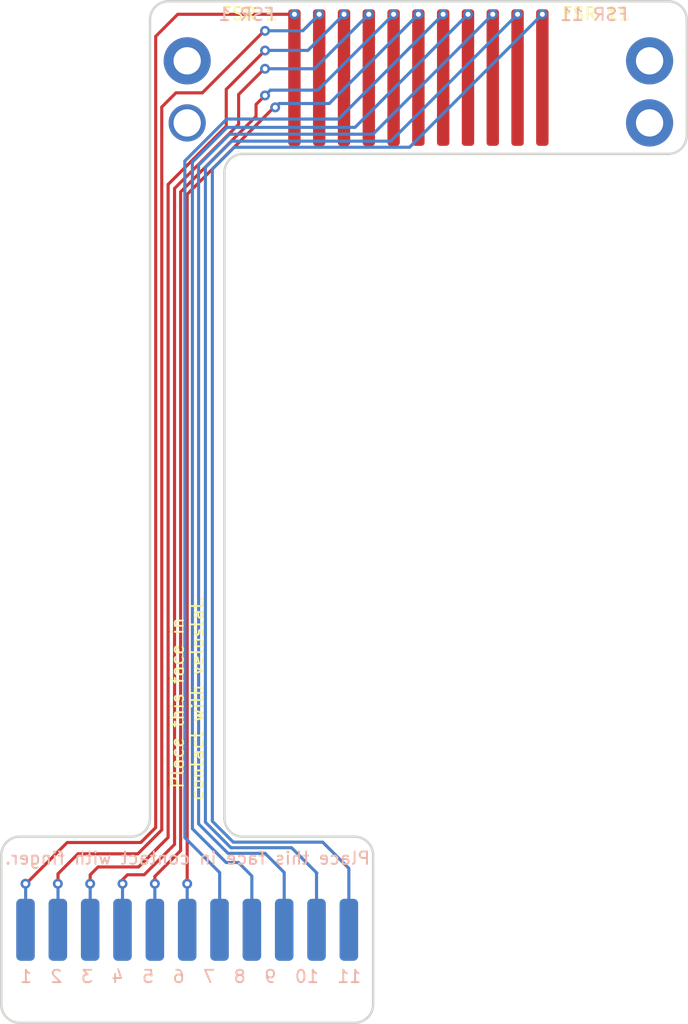
<source format=kicad_pcb>
(kicad_pcb (version 20221018) (generator pcbnew)
  (layers (0 "F.Cu" signal) (31 "B.Cu" signal) (34 "B.Paste" user) (35 "F.Paste" user) (36 "B.SilkS" user "B.Silkscreen") (37 "F.SilkS" user "F.Silkscreen") (38 "B.Mask" user) (39 "F.Mask" user) (44 "Edge.Cuts" user))
  (net 0 "")
  (net 1 "Net-(E7-Pad1)")
  (net 2 "Net-(E8-Pad1)")
  (net 3 "Net-(E9-Pad1)")
  (net 4 "Net-(E10-Pad1)")
  (net 5 "Net-(E11-Pad1)")
  (net 6 "Net-(E12-Pad1)")
  (net 7 "Net-(E13-Pad1)")
  (net 8 "Net-(E14-Pad1)")
  (net 9 "Net-(E15-Pad1)")
  (net 10 "Net-(E16-Pad1)")
  (net 11 "Net-(E17-Pad1)")
  (footprint "MasterThesis_library:Finger_FSR_V1_Height" (layer "F.Cu") (at 140.8 75)
    (fp_text reference "E15" hide)
    (fp_text value "Finger_FSR_V1_Height" hide)
    (pad "1" smd roundrect locked (at 0 0) (size 1 11) (layers "F.Cu" "F.Paste" "F.Mask") (net 9 "Net-(E15-Pad1)"))
  )
  (footprint "MountingHole:MountingHole_2.2mm_M2_DIN965_Pad" (layer "F.Cu") (at 116.15 78.65)
    (fp_text reference "H2" hide)
    (fp_text value "MountingHole" hide)
    (pad "1" thru_hole circle (at 0 0) (size 3 3) (drill 2.2) (layers "*.Cu" "*.Mask"))
  )
  (footprint "MountingHole:MountingHole_2.2mm_M2_DIN965_Pad" (layer "F.Cu") (at 116.15 73.65)
    (fp_text reference "H1" hide)
    (fp_text value "MountingHole" hide)
    (pad "1" thru_hole circle (at 0 0) (size 3.8 3.8) (drill 2.2) (layers "*.Cu" "*.Mask"))
  )
  (footprint "MasterThesis_library:Finger_FSR_V1_Height" (layer "F.Cu") (at 144.8 75)
    (fp_text reference "E17" hide)
    (fp_text value "Finger_FSR_V1_Height" hide)
    (pad "1" smd roundrect locked (at 0 0) (size 1 11) (layers "F.Cu" "F.Paste" "F.Mask") (net 11 "Net-(E17-Pad1)"))
  )
  (footprint "MasterThesis_library:Finger_FSR_V1_Height" (layer "F.Cu") (at 130.8 75)
    (fp_text reference "E10" hide)
    (fp_text value "Finger_FSR_V1_Height" hide)
    (pad "1" smd roundrect locked (at 0 0) (size 1 11) (layers "F.Cu" "F.Paste" "F.Mask") (net 4 "Net-(E10-Pad1)"))
  )
  (footprint "MasterThesis_library:Finger_FSR_V1_Height" (layer "F.Cu") (at 142.8 75)
    (fp_text reference "E16" hide)
    (fp_text value "Finger_FSR_V1_Height" hide)
    (pad "1" smd roundrect locked (at 0 0) (size 1 11) (layers "F.Cu" "F.Paste" "F.Mask") (net 10 "Net-(E16-Pad1)"))
  )
  (footprint "MasterThesis_library:Finger_FSR_V1_Height" (layer "F.Cu") (at 128.8 75)
    (fp_text reference "E9" hide)
    (fp_text value "Finger_FSR_V1_Height" hide)
    (pad "1" smd roundrect locked (at 0 0) (size 1 11) (layers "F.Cu" "F.Paste" "F.Mask") (net 3 "Net-(E9-Pad1)"))
  )
  (footprint "MasterThesis_library:Finger_FSR_V1_Height" (layer "F.Cu") (at 126.8 75)
    (fp_text reference "E8" hide)
    (fp_text value "Finger_FSR_V1_Height" hide)
    (pad "1" smd roundrect locked (at 0 0) (size 1 11) (layers "F.Cu" "F.Paste" "F.Mask") (net 2 "Net-(E8-Pad1)"))
  )
  (footprint "MasterThesis_library:Finger_FSR_V1_Height" (layer "F.Cu") (at 138.8 75)
    (fp_text reference "E14" hide)
    (fp_text value "Finger_FSR_V1_Height" hide)
    (pad "1" smd roundrect locked (at 0 0) (size 1 11) (layers "F.Cu" "F.Paste" "F.Mask") (net 8 "Net-(E14-Pad1)"))
  )
  (footprint "MasterThesis_library:Finger_FSR_V1_Height" (layer "F.Cu") (at 132.8 75)
    (fp_text reference "E11" hide)
    (fp_text value "Finger_FSR_V1_Height" hide)
    (pad "1" smd roundrect locked (at 0 0) (size 1 11) (layers "F.Cu" "F.Paste" "F.Mask") (net 5 "Net-(E11-Pad1)"))
  )
  (footprint "MountingHole:MountingHole_2.2mm_M2_DIN965_Pad" (layer "F.Cu") (at 153.45 78.65)
    (fp_text reference "H4" hide)
    (fp_text value "MountingHole" hide)
    (pad "1" thru_hole circle (at 0 0) (size 3.8 3.8) (drill 2.2) (layers "*.Cu" "*.Mask"))
  )
  (footprint "MasterThesis_library:Finger_FSR_V1_Height" (layer "F.Cu") (at 136.8 75)
    (fp_text reference "E13" hide)
    (fp_text value "Finger_FSR_V1_Height" hide)
    (pad "1" smd roundrect locked (at 0 0) (size 1 11) (layers "F.Cu" "F.Paste" "F.Mask") (net 7 "Net-(E13-Pad1)"))
  )
  (footprint "MasterThesis_library:Finger_FSR_V1_Height" (layer "F.Cu") (at 124.8 75)
    (fp_text reference "E7" hide)
    (fp_text value "Finger_FSR_V1_Height" hide)
    (pad "1" smd roundrect locked (at 0 0) (size 1 11) (layers "F.Cu" "F.Paste" "F.Mask") (net 1 "Net-(E7-Pad1)"))
  )
  (footprint "MountingHole:MountingHole_2.2mm_M2_DIN965_Pad" (layer "F.Cu") (at 153.45 73.65)
    (fp_text reference "H3" hide)
    (fp_text value "MountingHole" hide)
    (pad "1" thru_hole circle (at 0 0) (size 3.8 3.8) (drill 2.2) (layers "*.Cu" "*.Mask"))
  )
  (footprint "MasterThesis_library:Finger_FSR_V1_Height" (layer "F.Cu") (at 134.8 75)
    (fp_text reference "E12" hide)
    (fp_text value "Finger_FSR_V1_Height" hide)
    (pad "1" smd roundrect locked (at 0 0) (size 1 11) (layers "F.Cu" "F.Paste" "F.Mask") (net 6 "Net-(E12-Pad1)"))
  )
  (footprint "MasterThesis_library:Long_pad" (layer "B.Cu") (at 116.149996 143.65 90)
    (fp_text reference "U6" hide)
    (fp_text value "pad" hide)
    (pad "1" smd roundrect (at 0 0 90) (size 5 1.5) (layers "B.Cu" "B.Paste" "B.Mask") (net 6 "Net-(E12-Pad1)"))
  )
  (footprint "MasterThesis_library:Long_pad" (layer "B.Cu") (at 108.324999 143.65 90)
    (fp_text reference "U3" hide)
    (fp_text value "pad" hide)
    (pad "1" smd roundrect (at 0 0 90) (size 5 1.5) (layers "B.Cu" "B.Paste" "B.Mask") (net 3 "Net-(E9-Pad1)"))
  )
  (footprint "MasterThesis_library:Long_pad" (layer "B.Cu") (at 123.974995 143.65 90)
    (fp_text reference "U9" hide)
    (fp_text value "pad" hide)
    (pad "1" smd roundrect (at 0 0 90) (size 5 1.5) (layers "B.Cu" "B.Paste" "B.Mask") (net 9 "Net-(E15-Pad1)"))
  )
  (footprint "MasterThesis_library:Long_pad" (layer "B.Cu") (at 121.366662 143.65 90)
    (fp_text reference "U8" hide)
    (fp_text value "pad" hide)
    (pad "1" smd roundrect (at 0 0 90) (size 5 1.5) (layers "B.Cu" "B.Paste" "B.Mask") (net 8 "Net-(E14-Pad1)"))
  )
  (footprint "MasterThesis_library:Long_pad" (layer "B.Cu") (at 113.541663 143.65 90)
    (fp_text reference "U5" hide)
    (fp_text value "pad" hide)
    (pad "1" smd roundrect (at 0 0 90) (size 5 1.5) (layers "B.Cu" "B.Paste" "B.Mask") (net 5 "Net-(E11-Pad1)"))
  )
  (footprint "MasterThesis_library:Long_pad" (layer "B.Cu") (at 110.93333 143.65 90)
    (fp_text reference "U4" hide)
    (fp_text value "pad" hide)
    (pad "1" smd roundrect (at 0 0 90) (size 5 1.5) (layers "B.Cu" "B.Paste" "B.Mask") (net 4 "Net-(E10-Pad1)"))
  )
  (footprint "MasterThesis_library:Long_pad" (layer "B.Cu") (at 129.191661 143.65 90)
    (fp_text reference "U11" hide)
    (fp_text value "pad" hide)
    (pad "1" smd roundrect (at 0 0 90) (size 5 1.5) (layers "B.Cu" "B.Paste" "B.Mask") (net 11 "Net-(E17-Pad1)"))
  )
  (footprint "MasterThesis_library:Long_pad" (layer "B.Cu") (at 105.716666 143.65 90)
    (fp_text reference "U2" hide)
    (fp_text value "pad" hide)
    (pad "1" smd roundrect (at 0 0 90) (size 5 1.5) (layers "B.Cu" "B.Paste" "B.Mask") (net 2 "Net-(E8-Pad1)"))
  )
  (footprint "MasterThesis_library:Long_pad" (layer "B.Cu") (at 126.583328 143.65 90)
    (fp_text reference "U10" hide)
    (fp_text value "pad" hide)
    (pad "1" smd roundrect (at 0 0 90) (size 5 1.5) (layers "B.Cu" "B.Paste" "B.Mask") (net 10 "Net-(E16-Pad1)"))
  )
  (footprint "MasterThesis_library:Long_pad" (layer "B.Cu") (at 118.758329 143.65 90)
    (fp_text reference "U7" hide)
    (fp_text value "pad" hide)
    (pad "1" smd roundrect (at 0 0 90) (size 5 1.5) (layers "B.Cu" "B.Paste" "B.Mask") (net 7 "Net-(E13-Pad1)"))
  )
  (footprint "MasterThesis_library:Long_pad" (layer "B.Cu") (at 103.108333 143.65 90)
    (fp_text reference "U1" hide)
    (fp_text value "pad" hide)
    (pad "1" smd roundrect (at 0 0 90) (size 5 1.5) (layers "B.Cu" "B.Paste" "B.Mask") (net 1 "Net-(E7-Pad1)"))
  )
  (gr_arc locked (start 129.65 136.15) (mid 130.71066 136.58934) (end 131.15 137.65) (stroke (width 0.2)) (layer "Edge.Cuts"))
  (gr_arc locked (start 119.15 82.65) (mid 119.58934 81.58934) (end 120.65 81.15) (stroke (width 0.2)) (layer "Edge.Cuts"))
  (gr_arc locked (start 101.15 137.65) (mid 101.58934 136.58934) (end 102.65 136.15) (stroke (width 0.2)) (layer "Edge.Cuts"))
  (gr_arc locked (start 102.65 151.15) (mid 101.58934 150.71066) (end 101.15 149.65) (stroke (width 0.2)) (layer "Edge.Cuts"))
  (gr_line locked (start 102.65 151.15) (end 129.65 151.15) (stroke (width 0.2)) (layer "Edge.Cuts"))
  (gr_line locked (start 131.15 149.65) (end 131.15 137.65) (stroke (width 0.2)) (layer "Edge.Cuts"))
  (gr_arc locked (start 113.15 134.65) (mid 112.71066 135.71066) (end 111.65 136.15) (stroke (width 0.2)) (layer "Edge.Cuts"))
  (gr_arc locked (start 154.95 68.85) (mid 156.01066 69.28934) (end 156.45 70.35) (stroke (width 0.2)) (layer "Edge.Cuts"))
  (gr_line locked (start 111.65 136.15) (end 102.65 136.15) (stroke (width 0.2)) (layer "Edge.Cuts"))
  (gr_line locked (start 113.15 70.35) (end 113.15 134.65) (stroke (width 0.2)) (layer "Edge.Cuts"))
  (gr_line locked (start 101.15 137.65) (end 101.15 149.65) (stroke (width 0.2)) (layer "Edge.Cuts"))
  (gr_arc locked (start 113.15 70.35) (mid 113.58934 69.28934) (end 114.65 68.85) (stroke (width 0.2)) (layer "Edge.Cuts"))
  (gr_line locked (start 156.45 79.65) (end 156.45 70.35) (stroke (width 0.2)) (layer "Edge.Cuts"))
  (gr_arc locked (start 156.45 79.65) (mid 156.01066 80.71066) (end 154.95 81.15) (stroke (width 0.2)) (layer "Edge.Cuts"))
  (gr_line locked (start 120.65 81.15) (end 154.95 81.15) (stroke (width 0.2)) (layer "Edge.Cuts"))
  (gr_line locked (start 129.65 136.15) (end 120.65 136.15) (stroke (width 0.2)) (layer "Edge.Cuts"))
  (gr_line locked (start 119.15 134.65) (end 119.15 82.65) (stroke (width 0.2)) (layer "Edge.Cuts"))
  (gr_line locked (start 154.95 68.85) (end 114.65 68.85) (stroke (width 0.2)) (layer "Edge.Cuts"))
  (gr_arc locked (start 131.15 149.65) (mid 130.71066 150.71066) (end 129.65 151.15) (stroke (width 0.2)) (layer "Edge.Cuts"))
  (gr_arc locked (start 120.65 136.15) (mid 119.58934 135.71066) (end 119.15 134.65) (stroke (width 0.2)) (layer "Edge.Cuts"))
  (gr_text "11" (at 130.269042 148) (layer "B.SilkS") (effects (font (size 1 1)) (justify left bottom mirror)))
  (gr_text "FSR 1" (at 123.3 70.5) (layer "B.SilkS") (effects (font (size 1 1)) (justify left bottom mirror)))
  (gr_text "1" (at 103.709524 148) (layer "B.SilkS") (effects (font (size 1 1)) (justify left bottom mirror)))
  (gr_text "9" (at 123.433324 148) (layer "B.SilkS") (effects (font (size 1 1)) (justify left bottom mirror)))
  (gr_text "4" (at 111.105949 148) (layer "B.SilkS") (effects (font (size 1 1)) (justify left bottom mirror)))
  (gr_text "Place this face in contact with finger." (at 130.989288 138.47) (layer "B.SilkS") (effects (font (size 1 1)) (justify left bottom mirror)))
  (gr_text "7" (at 118.502374 148) (layer "B.SilkS") (effects (font (size 1 1)) (justify left bottom mirror)))
  (gr_text "2" (at 106.174999 148) (layer "B.SilkS") (effects (font (size 1 1)) (justify left bottom mirror)))
  (gr_text "5" (at 113.571424 148) (layer "B.SilkS") (effects (font (size 1 1)) (justify left bottom mirror)))
  (gr_text "3" (at 108.640474 148) (layer "B.SilkS") (effects (font (size 1 1)) (justify left bottom mirror)))
  (gr_text "10" (at 126.85118 148) (layer "B.SilkS") (effects (font (size 1 1)) (justify left bottom mirror)))
  (gr_text "6" (at 116.036899 148) (layer "B.SilkS") (effects (font (size 1 1)) (justify left bottom mirror)))
  (gr_text "FSR 11" (at 151.8 70.5) (layer "B.SilkS") (effects (font (size 1 1)) (justify left bottom mirror)))
  (gr_text "8" (at 120.967849 148) (layer "B.SilkS") (effects (font (size 1 1)) (justify left bottom mirror)))
  (gr_text "FSR 1" (at 118.8 70.45) (layer "F.SilkS") (effects (font (size 1 1)) (justify left bottom)))
  (gr_text "FSR 11" (at 146.3 70.45) (layer "F.SilkS") (effects (font (size 1 1)) (justify left bottom)))
  (gr_text "Place this face in \ncontact with velostat." (at 117.55675 125 90) (layer "F.SilkS") (effects (font (size 1 1)) (justify bottom)))
  (segment (start 113.61 71.68) (end 115.39 69.9) (width 0.25) (layer "F.Cu") (net 1))
  (segment (start 113.61 135.416162) (end 113.61 71.68) (width 0.25) (layer "F.Cu") (net 1))
  (segment (start 115.39 69.9) (end 124.8 69.9) (width 0.25) (layer "F.Cu") (net 1))
  (segment (start 106.47 136.62) (end 112.406162 136.62) (width 0.25) (layer "F.Cu") (net 1))
  (segment (start 112.406162 136.62) (end 113.61 135.416162) (width 0.25) (layer "F.Cu") (net 1))
  (segment (start 103.108333 139.981667) (end 106.47 136.62) (width 0.25) (layer "F.Cu") (net 1))
  (via (at 124.8 69.9) (size 0.8) (drill 0.4) (layers "F.Cu" "B.Cu") (net 1))
  (via (at 103.108333 139.94) (size 0.8) (drill 0.4) (layers "F.Cu" "B.Cu") (net 1))
  (segment (start 103.108333 139.981667) (end 103.12 139.993334) (width 0.25) (layer "B.Cu") (net 1))
  (segment (start 103.12 143.638333) (end 103.108333 143.65) (width 0.25) (layer "B.Cu") (net 1))
  (segment (start 103.12 139.993334) (end 103.12 143.638333) (width 0.25) (layer "B.Cu") (net 1))
  (segment (start 122.365 71.235) (end 122.43 71.235) (width 0.25) (layer "F.Cu") (net 2))
  (segment (start 107.34 137.53) (end 112.17 137.53) (width 0.25) (layer "F.Cu") (net 2))
  (segment (start 105.73 139.14) (end 107.34 137.53) (width 0.25) (layer "F.Cu") (net 2))
  (segment (start 114.1 77.37) (end 115.24 76.23) (width 0.25) (layer "F.Cu") (net 2))
  (segment (start 114.1 135.6) (end 114.1 77.37) (width 0.25) (layer "F.Cu") (net 2))
  (segment (start 115.24 76.23) (end 117.37 76.23) (width 0.25) (layer "F.Cu") (net 2))
  (segment (start 117.37 76.23) (end 122.365 71.235) (width 0.25) (layer "F.Cu") (net 2))
  (segment (start 105.73 139.85) (end 105.73 139.14) (width 0.25) (layer "F.Cu") (net 2))
  (segment (start 112.17 137.53) (end 114.1 135.6) (width 0.25) (layer "F.Cu") (net 2))
  (via (at 105.716666 139.94) (size 0.8) (drill 0.4) (layers "F.Cu" "B.Cu") (net 2))
  (via (at 122.43 71.235) (size 0.8) (drill 0.4) (layers "F.Cu" "B.Cu") (net 2))
  (via (at 126.8 69.9) (size 0.8) (drill 0.4) (layers "F.Cu" "B.Cu") (net 2))
  (segment (start 122.365 71.235) (end 122.43 71.235) (width 0.25) (layer "B.Cu") (net 2))
  (segment (start 122.43 71.235) (end 122.435 71.23) (width 0.25) (layer "B.Cu") (net 2))
  (segment (start 105.73 139.94) (end 105.73 143.636666) (width 0.25) (layer "B.Cu") (net 2))
  (segment (start 122.435 71.23) (end 125.47 71.23) (width 0.25) (layer "B.Cu") (net 2))
  (segment (start 125.47 71.23) (end 126.8 69.9) (width 0.25) (layer "B.Cu") (net 2))
  (segment (start 105.73 143.636666) (end 105.716666 143.65) (width 0.25) (layer "B.Cu") (net 2))
  (segment (start 114.61 136.21) (end 114.61 83.61) (width 0.25) (layer "F.Cu") (net 3))
  (segment (start 122.41 72.84) (end 122.41 72.82) (width 0.25) (layer "F.Cu") (net 3))
  (segment (start 112.23 138.59) (end 114.61 136.21) (width 0.25) (layer "F.Cu") (net 3))
  (segment (start 108.324999 140.014999) (end 108.324999 139.225001) (width 0.25) (layer "F.Cu") (net 3))
  (segment (start 108.96 138.59) (end 112.23 138.59) (width 0.25) (layer "F.Cu") (net 3))
  (segment (start 114.61 83.61) (end 119.3 78.92) (width 0.25) (layer "F.Cu") (net 3))
  (segment (start 119.3 78.92) (end 119.3 75.95) (width 0.25) (layer "F.Cu") (net 3))
  (segment (start 108.324999 139.225001) (end 108.96 138.59) (width 0.25) (layer "F.Cu") (net 3))
  (segment (start 119.3 75.95) (end 122.41 72.84) (width 0.25) (layer "F.Cu") (net 3))
  (via (at 128.8 69.9) (size 0.8) (drill 0.4) (layers "F.Cu" "B.Cu") (net 3))
  (via (at 122.43 72.82) (size 0.8) (drill 0.4) (layers "F.Cu" "B.Cu") (net 3))
  (via (at 108.324999 139.94) (size 0.8) (drill 0.4) (layers "F.Cu" "B.Cu") (net 3))
  (segment (start 108.324999 139.94) (end 108.324999 143.65) (width 0.25) (layer "B.Cu") (net 3))
  (segment (start 125.89 72.81) (end 128.8 69.9) (width 0.25) (layer "B.Cu") (net 3))
  (segment (start 122.42 72.81) (end 125.89 72.81) (width 0.25) (layer "B.Cu") (net 3))
  (segment (start 122.41 72.82) (end 122.42 72.81) (width 0.25) (layer "B.Cu") (net 3))
  (segment (start 120.3 76.36) (end 122.37 74.29) (width 0.25) (layer "F.Cu") (net 4))
  (segment (start 110.96 139.98) (end 110.96 139.59) (width 0.25) (layer "F.Cu") (net 4))
  (segment (start 110.96 139.59) (end 111.33 139.22) (width 0.25) (layer "F.Cu") (net 4))
  (segment (start 111.33 139.22) (end 112.68 139.22) (width 0.25) (layer "F.Cu") (net 4))
  (segment (start 115.13 83.93) (end 120.3 78.76) (width 0.25) (layer "F.Cu") (net 4))
  (segment (start 115.13 136.77) (end 115.13 83.93) (width 0.25) (layer "F.Cu") (net 4))
  (segment (start 122.37 74.29) (end 122.43 74.29) (width 0.25) (layer "F.Cu") (net 4))
  (segment (start 120.3 78.76) (end 120.3 76.36) (width 0.25) (layer "F.Cu") (net 4))
  (segment (start 112.68 139.22) (end 115.13 136.77) (width 0.25) (layer "F.Cu") (net 4))
  (via (at 110.93333 139.94) (size 0.8) (drill 0.4) (layers "F.Cu" "B.Cu") (net 4))
  (via (at 130.8 69.9) (size 0.8) (drill 0.4) (layers "F.Cu" "B.Cu") (net 4))
  (via (at 122.43 74.29) (size 0.8) (drill 0.4) (layers "F.Cu" "B.Cu") (net 4))
  (segment (start 122.43 74.29) (end 126.41 74.29) (width 0.25) (layer "B.Cu") (net 4))
  (segment (start 126.41 74.29) (end 130.8 69.9) (width 0.25) (layer "B.Cu") (net 4))
  (segment (start 110.93333 143.65) (end 110.93333 139.94) (width 0.25) (layer "B.Cu") (net 4))
  (segment (start 113.541665 139.348335) (end 115.62 137.27) (width 0.25) (layer "F.Cu") (net 5))
  (segment (start 115.62 137.27) (end 115.62 84.21) (width 0.25) (layer "F.Cu") (net 5))
  (segment (start 115.62 84.21) (end 121.705 78.125) (width 0.25) (layer "F.Cu") (net 5))
  (segment (start 121.705 78.125) (end 121.705 77.165) (width 0.25) (layer "F.Cu") (net 5))
  (segment (start 113.541665 139.878335) (end 113.541665 139.348335) (width 0.25) (layer "F.Cu") (net 5))
  (segment (start 121.705 77.165) (end 122.43 76.44) (width 0.25) (layer "F.Cu") (net 5))
  (via (at 132.8 69.9) (size 0.8) (drill 0.4) (layers "F.Cu" "B.Cu") (net 5))
  (via (at 122.43 76.44) (size 0.8) (drill 0.4) (layers "F.Cu" "B.Cu") (net 5))
  (via (at 113.541663 139.94) (size 0.8) (drill 0.4) (layers "F.Cu" "B.Cu") (net 5))
  (segment (start 113.541663 143.65) (end 113.541663 139.94) (width 0.25) (layer "B.Cu") (net 5))
  (segment (start 122.43 76.44) (end 122.86 76.01) (width 0.25) (layer "B.Cu") (net 5))
  (segment (start 122.86 76.01) (end 126.69 76.01) (width 0.25) (layer "B.Cu") (net 5))
  (segment (start 126.69 76.01) (end 132.8 69.9) (width 0.25) (layer "B.Cu") (net 5))
  (segment (start 116.15 139.93) (end 116.15 84.4) (width 0.25) (layer "F.Cu") (net 6))
  (segment (start 116.16 139.94) (end 116.15 139.93) (width 0.25) (layer "F.Cu") (net 6))
  (segment (start 123.15 77.4) (end 123.25 77.4) (width 0.25) (layer "F.Cu") (net 6))
  (segment (start 116.15 84.4) (end 123.15 77.4) (width 0.25) (layer "F.Cu") (net 6))
  (via (at 134.8 69.9) (size 0.8) (drill 0.4) (layers "F.Cu" "B.Cu") (net 6))
  (via (at 123.25 77.4) (size 0.8) (drill 0.4) (layers "F.Cu" "B.Cu") (net 6))
  (via (at 116.149996 139.94) (size 0.8) (drill 0.4) (layers "F.Cu" "B.Cu") (net 6))
  (segment (start 123.25 77.4) (end 123.56 77.09) (width 0.25) (layer "B.Cu") (net 6))
  (segment (start 123.56 77.09) (end 127.61 77.09) (width 0.25) (layer "B.Cu") (net 6))
  (segment (start 127.61 77.09) (end 134.8 69.9) (width 0.25) (layer "B.Cu") (net 6))
  (segment (start 116.149996 143.65) (end 116.149996 139.94) (width 0.25) (layer "B.Cu") (net 6))
  (via (at 136.8 69.9) (size 0.8) (drill 0.4) (layers "F.Cu" "B.Cu") (net 7))
  (segment (start 128.36 78.34) (end 119.34 78.34) (width 0.25) (layer "B.Cu") (net 7))
  (segment (start 136.8 69.9) (end 128.36 78.34) (width 0.25) (layer "B.Cu") (net 7))
  (segment (start 118.77 139.04) (end 118.77 143.638329) (width 0.25) (layer "B.Cu") (net 7))
  (segment (start 119.34 78.34) (end 115.96 81.72) (width 0.25) (layer "B.Cu") (net 7))
  (segment (start 115.96 81.72) (end 115.96 136.23) (width 0.25) (layer "B.Cu") (net 7))
  (segment (start 118.77 143.638329) (end 118.758329 143.65) (width 0.25) (layer "B.Cu") (net 7))
  (segment (start 115.96 136.23) (end 118.77 139.04) (width 0.25) (layer "B.Cu") (net 7))
  (via (at 138.8 69.9) (size 0.8) (drill 0.4) (layers "F.Cu" "B.Cu") (net 8))
  (segment (start 129.69 79.01) (end 138.8 69.9) (width 0.25) (layer "B.Cu") (net 8))
  (segment (start 119.37 79.01) (end 129.69 79.01) (width 0.25) (layer "B.Cu") (net 8))
  (segment (start 116.57 81.81) (end 119.37 79.01) (width 0.25) (layer "B.Cu") (net 8))
  (segment (start 121.366662 139.316662) (end 120.28 138.23) (width 0.25) (layer "B.Cu") (net 8))
  (segment (start 116.57 135.51) (end 116.57 81.81) (width 0.25) (layer "B.Cu") (net 8))
  (segment (start 121.366662 143.65) (end 121.366662 139.316662) (width 0.25) (layer "B.Cu") (net 8))
  (segment (start 119.29 138.23) (end 116.57 135.51) (width 0.25) (layer "B.Cu") (net 8))
  (segment (start 120.28 138.23) (end 119.29 138.23) (width 0.25) (layer "B.Cu") (net 8))
  (via (at 140.8 69.9) (size 0.8) (drill 0.4) (layers "F.Cu" "B.Cu") (net 9))
  (segment (start 122.43 137.49) (end 119.44 137.49) (width 0.25) (layer "B.Cu") (net 9))
  (segment (start 119.57 79.56) (end 131.14 79.56) (width 0.25) (layer "B.Cu") (net 9))
  (segment (start 117.07 135.12) (end 117.07 82.06) (width 0.25) (layer "B.Cu") (net 9))
  (segment (start 119.44 137.49) (end 117.07 135.12) (width 0.25) (layer "B.Cu") (net 9))
  (segment (start 117.07 82.06) (end 119.57 79.56) (width 0.25) (layer "B.Cu") (net 9))
  (segment (start 123.974995 143.65) (end 123.974995 139.034995) (width 0.25) (layer "B.Cu") (net 9))
  (segment (start 131.14 79.56) (end 140.8 69.9) (width 0.25) (layer "B.Cu") (net 9))
  (segment (start 123.974995 139.034995) (end 122.43 137.49) (width 0.25) (layer "B.Cu") (net 9))
  (via (at 142.8 69.9) (size 0.8) (drill 0.4) (layers "F.Cu" "B.Cu") (net 10))
  (segment (start 119.74 80.12) (end 117.62 82.24) (width 0.25) (layer "B.Cu") (net 10))
  (segment (start 119.677442 137.04) (end 124.57 137.04) (width 0.25) (layer "B.Cu") (net 10))
  (segment (start 142.8 69.9) (end 132.58 80.12) (width 0.25) (layer "B.Cu") (net 10))
  (segment (start 126.583328 143.65) (end 126.583328 139.106672) (width 0.25) (layer "B.Cu") (net 10))
  (segment (start 117.62 134.982558) (end 119.677442 137.04) (width 0.25) (layer "B.Cu") (net 10))
  (segment (start 132.58 80.12) (end 119.74 80.12) (width 0.25) (layer "B.Cu") (net 10))
  (segment (start 126.583328 139.106672) (end 126.61 139.08) (width 0.25) (layer "B.Cu") (net 10))
  (segment (start 124.57 137.04) (end 126.61 139.08) (width 0.25) (layer "B.Cu") (net 10))
  (segment (start 117.62 82.24) (end 117.62 134.982558) (width 0.25) (layer "B.Cu") (net 10))
  (via (at 144.8 69.9) (size 0.8) (drill 0.4) (layers "F.Cu" "B.Cu") (net 11))
  (segment (start 118.18 134.906162) (end 118.18 82.38) (width 0.25) (layer "B.Cu") (net 11))
  (segment (start 129.191661 143.65) (end 129.191661 138.701661) (width 0.25) (layer "B.Cu") (net 11))
  (segment (start 127.08 136.59) (end 119.863838 136.59) (width 0.25) (layer "B.Cu") (net 11))
  (segment (start 134.09 80.61) (end 144.8 69.9) (width 0.25) (layer "B.Cu") (net 11))
  (segment (start 118.18 82.38) (end 119.95 80.61) (width 0.25) (layer "B.Cu") (net 11))
  (segment (start 119.95 80.61) (end 134.09 80.61) (width 0.25) (layer "B.Cu") (net 11))
  (segment (start 129.191661 138.701661) (end 127.08 136.59) (width 0.25) (layer "B.Cu") (net 11))
  (segment (start 119.863838 136.59) (end 118.18 134.906162) (width 0.25) (layer "B.Cu") (net 11))
)
</source>
